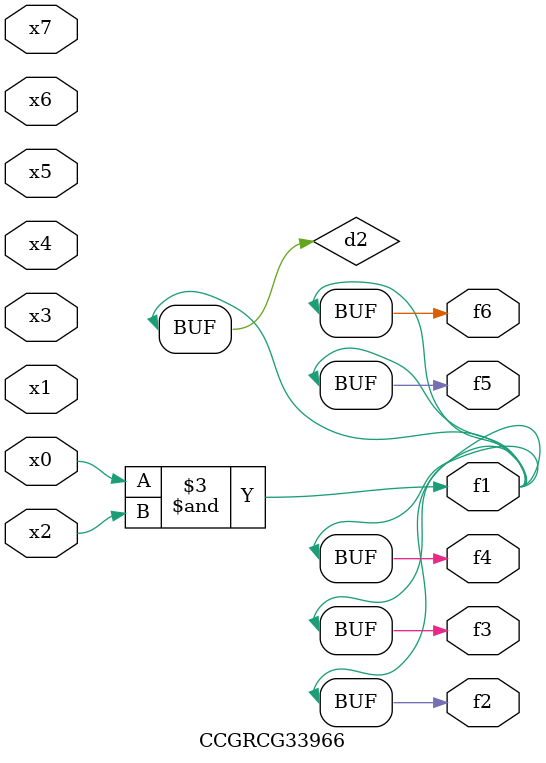
<source format=v>
module CCGRCG33966(
	input x0, x1, x2, x3, x4, x5, x6, x7,
	output f1, f2, f3, f4, f5, f6
);

	wire d1, d2;

	nor (d1, x3, x6);
	and (d2, x0, x2);
	assign f1 = d2;
	assign f2 = d2;
	assign f3 = d2;
	assign f4 = d2;
	assign f5 = d2;
	assign f6 = d2;
endmodule

</source>
